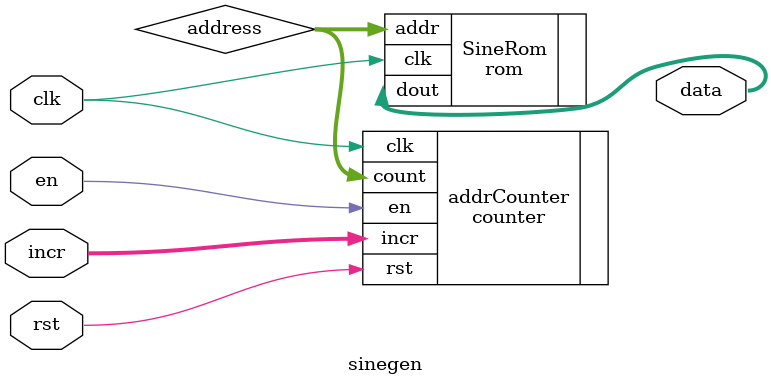
<source format=sv>
module sinegen #(
    parameter A_WIDTH = 8,
    parameter D_WIDTH = 8
)(
    input logic clk,
    input logic rst,
    input logic en,
    input logic [D_WIDTH-1:0] incr,
    output logic [D_WIDTH-1:0] data
);

    logic [A_WIDTH-1:0] address; // Wire to hold address

    // Instantiate counter
    counter addrCounter(
        .clk(clk),
        .rst(rst),
        .en(en),
        .incr(incr),
        .count(address)
    );

    // Instantiate ROM
    rom SineRom (
        .clk(clk),
        .addr(address),
        .dout(data)
    );

endmodule

</source>
